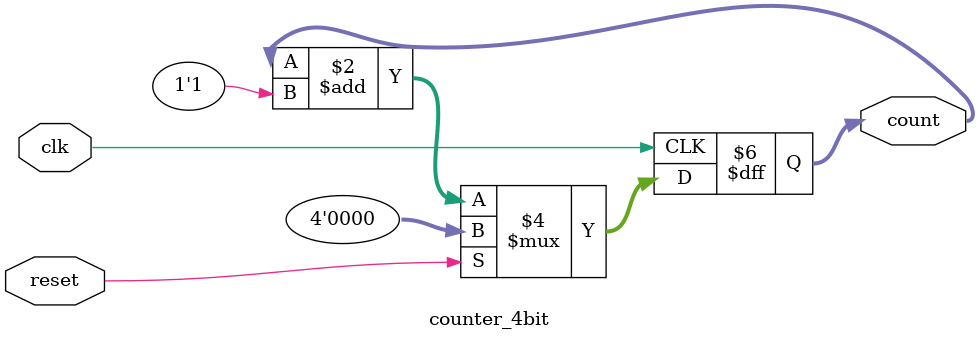
<source format=v>
module counter_4bit (
    input wire clk,        // Clock input
    input wire reset,      // Active-high synchronous reset
    output reg [3:0] count // 4-bit count output
);

always @(posedge clk) begin
    if (reset)
        count <= 4'b0000;          // Reset counter to 0
    else
        count <= count + 1'b1;     // Increment counter
end

endmodule


</source>
